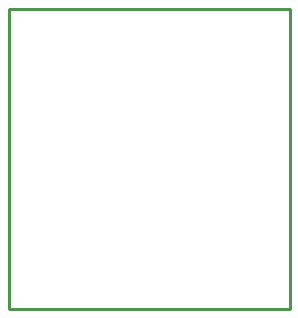
<source format=gbr>
G04 EAGLE Gerber RS-274X export*
G75*
%MOMM*%
%FSLAX34Y34*%
%LPD*%
%IN*%
%IPPOS*%
%AMOC8*
5,1,8,0,0,1.08239X$1,22.5*%
G01*
%ADD10C,0.254000*%


D10*
X0Y101600D02*
X238000Y101600D01*
X238000Y355500D01*
X0Y355398D01*
X0Y101600D01*
M02*

</source>
